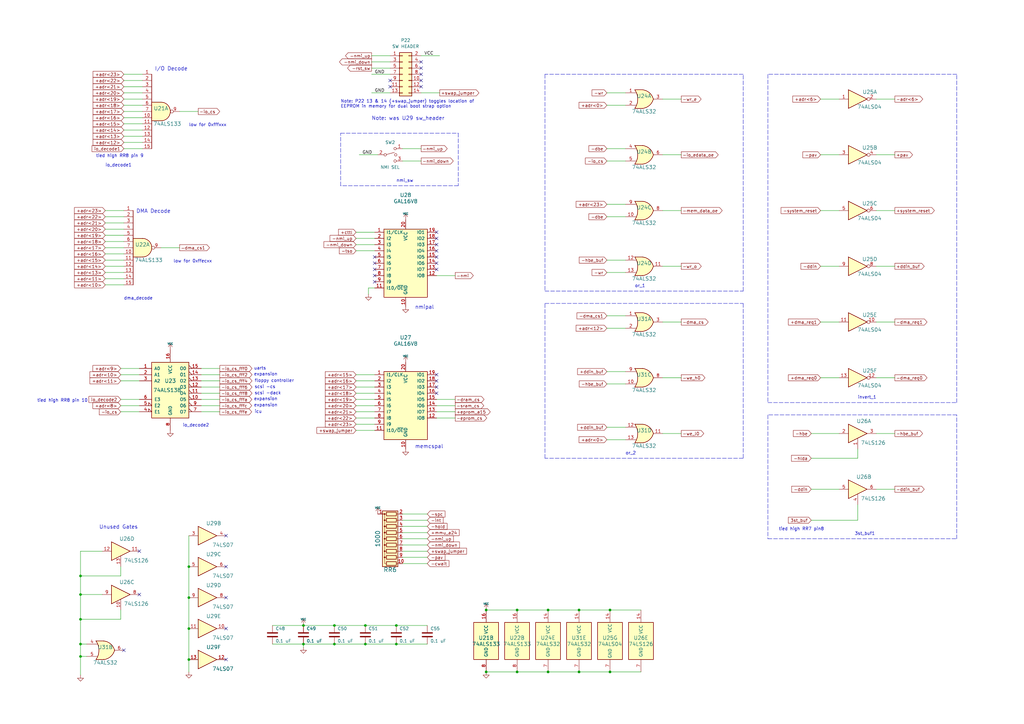
<source format=kicad_sch>
(kicad_sch (version 20211123) (generator eeschema)
  (paper "A3")
  (title_block (date "25 jun 2017"))
  (lib_symbols
    (symbol "74xx:74LS04"
      (property "Reference" "U" (at 0 1.27 0))
      (property "Value" "74LS04" (at 0 -1.27 0))
      (symbol "74LS04_1_0"
        (pin input line (at -7.62 0 0) (length 3.81) (name "~") (number "1"))
        (pin output inverted (at 7.62 0 180) (length 3.81) (name "~") (number "2"))
      )
      (symbol "74LS04_2_0"
        (pin input line (at -7.62 0 0) (length 3.81) (name "~") (number "3"))
        (pin output inverted (at 7.62 0 180) (length 3.81) (name "~") (number "4"))
      )
      (symbol "74LS04_3_0"
        (pin input line (at -7.62 0 0) (length 3.81) (name "~") (number "5"))
        (pin output inverted (at 7.62 0 180) (length 3.81) (name "~") (number "6"))
      )
      (symbol "74LS04_4_0"
        (pin output inverted (at 7.62 0 180) (length 3.81) (name "~") (number "8"))
        (pin input line (at -7.62 0 0) (length 3.81) (name "~") (number "9"))
      )
      (symbol "74LS04_5_0"
        (pin output inverted (at 7.62 0 180) (length 3.81) (name "~") (number "10"))
        (pin input line (at -7.62 0 0) (length 3.81) (name "~") (number "11"))
      )
      (symbol "74LS04_6_0"
        (pin output inverted (at 7.62 0 180) (length 3.81) (name "~") (number "12"))
        (pin input line (at -7.62 0 0) (length 3.81) (name "~") (number "13"))
      )
      (symbol "74LS04_7_0"
        (pin power_in line (at 0 12.7 270) (length 5.08) (name "VCC") (number "14"))
        (pin power_in line (at 0 -12.7 90) (length 5.08) (name "GND") (number "7"))
      )
    )
    (symbol "74xx:74LS07" (pin_names (offset 1.016))
      (property "Reference" "U" (at 0 1.27 0))
      (property "Value" "74LS07" (at 0 -1.27 0))
      (symbol "74LS07_1_0"
        (pin input line (at -7.62 0 0) (length 3.81) (name "~") (number "1"))
        (pin open_collector line (at 7.62 0 180) (length 3.81) (name "~") (number "2"))
      )
      (symbol "74LS07_2_0"
        (pin input line (at -7.62 0 0) (length 3.81) (name "~") (number "3"))
        (pin open_collector line (at 7.62 0 180) (length 3.81) (name "~") (number "4"))
      )
      (symbol "74LS07_3_0"
        (pin input line (at -7.62 0 0) (length 3.81) (name "~") (number "5"))
        (pin open_collector line (at 7.62 0 180) (length 3.81) (name "~") (number "6"))
      )
      (symbol "74LS07_4_0"
        (pin open_collector line (at 7.62 0 180) (length 3.81) (name "~") (number "8"))
        (pin input line (at -7.62 0 0) (length 3.81) (name "~") (number "9"))
      )
      (symbol "74LS07_5_0"
        (pin open_collector line (at 7.62 0 180) (length 3.81) (name "~") (number "10"))
        (pin input line (at -7.62 0 0) (length 3.81) (name "~") (number "11"))
      )
      (symbol "74LS07_6_0"
        (pin open_collector line (at 7.62 0 180) (length 3.81) (name "~") (number "12"))
        (pin input line (at -7.62 0 0) (length 3.81) (name "~") (number "13"))
      )
      (symbol "74LS07_7_0"
        (pin power_in line (at 0 12.7 270) (length 5.08) (name "VCC") (number "14"))
        (pin power_in line (at 0 -12.7 90) (length 5.08) (name "GND") (number "7"))
      )
    )
    (symbol "74xx:74LS126" (pin_names (offset 1.016))
      (property "Reference" "U" (at 0 1.27 0))
      (property "Value" "74LS126" (at 0 -1.27 0))
      (symbol "74LS126_1_0"
        (pin input line (at 0 -6.35 90) (length 4.445) (name "~") (number "1"))
        (pin input line (at -7.62 0 0) (length 3.81) (name "~") (number "2"))
        (pin tri_state line (at 7.62 0 180) (length 3.81) (name "~") (number "3"))
      )
      (symbol "74LS126_2_0"
        (pin input line (at 0 -6.35 90) (length 4.445) (name "~") (number "4"))
        (pin input line (at -7.62 0 0) (length 3.81) (name "~") (number "5"))
        (pin tri_state line (at 7.62 0 180) (length 3.81) (name "~") (number "6"))
      )
      (symbol "74LS126_3_0"
        (pin input line (at 0 -6.35 90) (length 4.445) (name "~") (number "10"))
        (pin tri_state line (at 7.62 0 180) (length 3.81) (name "~") (number "8"))
        (pin input line (at -7.62 0 0) (length 3.81) (name "~") (number "9"))
      )
      (symbol "74LS126_4_0"
        (pin tri_state line (at 7.62 0 180) (length 3.81) (name "~") (number "11"))
        (pin input line (at -7.62 0 0) (length 3.81) (name "~") (number "12"))
        (pin input line (at 0 -6.35 90) (length 4.445) (name "~") (number "13"))
      )
      (symbol "74LS126_5_0"
        (pin power_in line (at 0 12.7 270) (length 5.08) (name "VCC") (number "14"))
        (pin power_in line (at 0 -12.7 90) (length 5.08) (name "GND") (number "7"))
      )
    )
    (symbol "74xx:74LS133" (pin_names (offset 1.016))
      (property "Reference" "U" (at 0 1.27 0))
      (property "Value" "74LS133" (at 0 -1.27 0))
      (symbol "74LS133_1_1"
        (pin input line (at -7.62 15.24 0) (length 3.81) (name "~") (number "1"))
        (pin input line (at -7.62 -2.54 0) (length 3.81) (name "~") (number "10"))
        (pin input line (at -7.62 -5.08 0) (length 3.81) (name "~") (number "11"))
        (pin input line (at -7.62 -7.62 0) (length 3.81) (name "~") (number "12"))
        (pin input line (at -7.62 -10.16 0) (length 3.81) (name "~") (number "13"))
        (pin input line (at -7.62 -12.7 0) (length 3.81) (name "~") (number "14"))
        (pin input line (at -7.62 -15.24 0) (length 3.81) (name "~") (number "15"))
        (pin input line (at -7.62 12.7 0) (length 3.81) (name "~") (number "2"))
        (pin input line (at -7.62 10.16 0) (length 3.81) (name "~") (number "3"))
        (pin input line (at -7.62 7.62 0) (length 3.81) (name "~") (number "4"))
        (pin input line (at -7.62 5.08 0) (length 3.81) (name "~") (number "5"))
        (pin input line (at -7.62 2.54 0) (length 3.81) (name "~") (number "6"))
        (pin input line (at -7.62 0 0) (length 3.81) (name "~") (number "7"))
        (pin output inverted (at 7.62 0 180) (length 3.81) (name "~") (number "9"))
      )
      (symbol "74LS133_1_2"
        (pin input inverted (at -7.62 15.24 0) (length 3.81) (name "~") (number "1"))
        (pin input inverted (at -7.62 -2.54 0) (length 4.5466) (name "~") (number "10"))
        (pin input inverted (at -7.62 -5.08 0) (length 3.81) (name "~") (number "11"))
        (pin input inverted (at -7.62 -7.62 0) (length 3.81) (name "~") (number "12"))
        (pin input inverted (at -7.62 -10.16 0) (length 3.81) (name "~") (number "13"))
        (pin input inverted (at -7.62 -12.7 0) (length 3.81) (name "~") (number "14"))
        (pin input inverted (at -7.62 -15.24 0) (length 3.81) (name "~") (number "15"))
        (pin input inverted (at -7.62 12.7 0) (length 3.81) (name "~") (number "2"))
        (pin input inverted (at -7.62 10.16 0) (length 3.81) (name "~") (number "3"))
        (pin input inverted (at -7.62 7.62 0) (length 3.81) (name "~") (number "4"))
        (pin input inverted (at -7.62 5.08 0) (length 3.81) (name "~") (number "5"))
        (pin input inverted (at -7.62 2.54 0) (length 4.5466) (name "~") (number "6"))
        (pin input inverted (at -7.62 0 0) (length 5.08) (name "~") (number "7"))
        (pin output line (at 7.62 0 180) (length 3.81) (name "~") (number "9"))
      )
      (symbol "74LS133_2_0"
        (pin power_in line (at 0 12.7 270) (length 5.08) (name "VCC") (number "16"))
        (pin power_in line (at 0 -12.7 90) (length 5.08) (name "GND") (number "8"))
      )
    )
    (symbol "74xx:74LS138" (pin_names (offset 1.016))
      (property "Reference" "U" (at -7.62 11.43 0))
      (property "Value" "74LS138" (at -7.62 -13.97 0))
      (symbol "74LS138_1_0"
        (pin input line (at -12.7 7.62 0) (length 5.08) (name "A0") (number "1"))
        (pin output output_low (at 12.7 -5.08 180) (length 5.08) (name "O5") (number "10"))
        (pin output output_low (at 12.7 -2.54 180) (length 5.08) (name "O4") (number "11"))
        (pin output output_low (at 12.7 0 180) (length 5.08) (name "O3") (number "12"))
        (pin output output_low (at 12.7 2.54 180) (length 5.08) (name "O2") (number "13"))
        (pin output output_low (at 12.7 5.08 180) (length 5.08) (name "O1") (number "14"))
        (pin output output_low (at 12.7 7.62 180) (length 5.08) (name "O0") (number "15"))
        (pin power_in line (at 0 15.24 270) (length 5.08) (name "VCC") (number "16"))
        (pin input line (at -12.7 5.08 0) (length 5.08) (name "A1") (number "2"))
        (pin input line (at -12.7 2.54 0) (length 5.08) (name "A2") (number "3"))
        (pin input input_low (at -12.7 -10.16 0) (length 5.08) (name "E1") (number "4"))
        (pin input input_low (at -12.7 -7.62 0) (length 5.08) (name "E2") (number "5"))
        (pin input line (at -12.7 -5.08 0) (length 5.08) (name "E3") (number "6"))
        (pin output output_low (at 12.7 -10.16 180) (length 5.08) (name "O7") (number "7"))
        (pin power_in line (at 0 -17.78 90) (length 5.08) (name "GND") (number "8"))
        (pin output output_low (at 12.7 -7.62 180) (length 5.08) (name "O6") (number "9"))
      )
    )
    (symbol "74xx:74LS32" (pin_names (offset 1.016))
      (property "Reference" "U" (at 0 1.27 0))
      (property "Value" "74LS32" (at 0 -1.27 0))
      (symbol "74LS32_1_1"
        (pin input line (at -7.62 2.54 0) (length 4.318) (name "~") (number "1"))
        (pin input line (at -7.62 -2.54 0) (length 4.318) (name "~") (number "2"))
        (pin output line (at 7.62 0 180) (length 3.81) (name "~") (number "3"))
      )
      (symbol "74LS32_1_2"
        (pin input inverted (at -7.62 2.54 0) (length 3.81) (name "~") (number "1"))
        (pin input inverted (at -7.62 -2.54 0) (length 3.81) (name "~") (number "2"))
        (pin output inverted (at 7.62 0 180) (length 3.81) (name "~") (number "3"))
      )
      (symbol "74LS32_2_1"
        (pin input line (at -7.62 2.54 0) (length 4.318) (name "~") (number "4"))
        (pin input line (at -7.62 -2.54 0) (length 4.318) (name "~") (number "5"))
        (pin output line (at 7.62 0 180) (length 3.81) (name "~") (number "6"))
      )
      (symbol "74LS32_2_2"
        (pin input inverted (at -7.62 2.54 0) (length 3.81) (name "~") (number "4"))
        (pin input inverted (at -7.62 -2.54 0) (length 3.81) (name "~") (number "5"))
        (pin output inverted (at 7.62 0 180) (length 3.81) (name "~") (number "6"))
      )
      (symbol "74LS32_3_1"
        (pin input line (at -7.62 -2.54 0) (length 4.318) (name "~") (number "10"))
        (pin output line (at 7.62 0 180) (length 3.81) (name "~") (number "8"))
        (pin input line (at -7.62 2.54 0) (length 4.318) (name "~") (number "9"))
      )
      (symbol "74LS32_3_2"
        (pin input inverted (at -7.62 -2.54 0) (length 3.81) (name "~") (number "10"))
        (pin output inverted (at 7.62 0 180) (length 3.81) (name "~") (number "8"))
        (pin input inverted (at -7.62 2.54 0) (length 3.81) (name "~") (number "9"))
      )
      (symbol "74LS32_4_1"
        (pin output line (at 7.62 0 180) (length 3.81) (name "~") (number "11"))
        (pin input line (at -7.62 2.54 0) (length 4.318) (name "~") (number "12"))
        (pin input line (at -7.62 -2.54 0) (length 4.318) (name "~") (number "13"))
      )
      (symbol "74LS32_4_2"
        (pin output inverted (at 7.62 0 180) (length 3.81) (name "~") (number "11"))
        (pin input inverted (at -7.62 2.54 0) (length 3.81) (name "~") (number "12"))
        (pin input inverted (at -7.62 -2.54 0) (length 3.81) (name "~") (number "13"))
      )
      (symbol "74LS32_5_0"
        (pin power_in line (at 0 12.7 270) (length 5.08) (name "VCC") (number "14"))
        (pin power_in line (at 0 -12.7 90) (length 5.08) (name "GND") (number "7"))
      )
    )
    (symbol "Connector_Generic:Conn_02x07_Odd_Even" (pin_names (offset 1.016) hide)
      (property "Reference" "J" (at 1.27 10.16 0))
      (property "Value" "Conn_02x07_Odd_Even" (at 1.27 -10.16 0))
      (symbol "Conn_02x07_Odd_Even_1_1"
        (pin passive line (at -5.08 7.62 0) (length 3.81) (name "Pin_1") (number "1"))
        (pin passive line (at 7.62 -2.54 180) (length 3.81) (name "Pin_10") (number "10"))
        (pin passive line (at -5.08 -5.08 0) (length 3.81) (name "Pin_11") (number "11"))
        (pin passive line (at 7.62 -5.08 180) (length 3.81) (name "Pin_12") (number "12"))
        (pin passive line (at -5.08 -7.62 0) (length 3.81) (name "Pin_13") (number "13"))
        (pin passive line (at 7.62 -7.62 180) (length 3.81) (name "Pin_14") (number "14"))
        (pin passive line (at 7.62 7.62 180) (length 3.81) (name "Pin_2") (number "2"))
        (pin passive line (at -5.08 5.08 0) (length 3.81) (name "Pin_3") (number "3"))
        (pin passive line (at 7.62 5.08 180) (length 3.81) (name "Pin_4") (number "4"))
        (pin passive line (at -5.08 2.54 0) (length 3.81) (name "Pin_5") (number "5"))
        (pin passive line (at 7.62 2.54 180) (length 3.81) (name "Pin_6") (number "6"))
        (pin passive line (at -5.08 0 0) (length 3.81) (name "Pin_7") (number "7"))
        (pin passive line (at 7.62 0 180) (length 3.81) (name "Pin_8") (number "8"))
        (pin passive line (at -5.08 -2.54 0) (length 3.81) (name "Pin_9") (number "9"))
      )
    )
    (symbol "Device:C" (pin_numbers hide) (pin_names (offset 0.254))
      (property "Reference" "C" (at 0.635 2.54 0))
      (property "Value" "C" (at 0.635 -2.54 0))
      (symbol "C_1_1"
        (pin passive line (at 0 3.81 270) (length 2.794) (name "~") (number "1"))
        (pin passive line (at 0 -3.81 90) (length 2.794) (name "~") (number "2"))
      )
    )
    (symbol "Device:R_Network09" (pin_names (offset 0) hide)
      (property "Reference" "RN" (at -12.7 0 90))
      (property "Value" "R_Network09" (at 12.7 0 90))
      (symbol "R_Network09_1_1"
        (pin passive line (at -10.16 5.08 270) (length 2.54) (name "common") (number "1"))
        (pin passive line (at 10.16 -5.08 90) (length 1.27) (name "R9") (number "10"))
        (pin passive line (at -10.16 -5.08 90) (length 1.27) (name "R1") (number "2"))
        (pin passive line (at -7.62 -5.08 90) (length 1.27) (name "R2") (number "3"))
        (pin passive line (at -5.08 -5.08 90) (length 1.27) (name "R3") (number "4"))
        (pin passive line (at -2.54 -5.08 90) (length 1.27) (name "R4") (number "5"))
        (pin passive line (at 0 -5.08 90) (length 1.27) (name "R5") (number "6"))
        (pin passive line (at 2.54 -5.08 90) (length 1.27) (name "R6") (number "7"))
        (pin passive line (at 5.08 -5.08 90) (length 1.27) (name "R7") (number "8"))
        (pin passive line (at 7.62 -5.08 90) (length 1.27) (name "R8") (number "9"))
      )
    )
    (symbol "Logic_Programmable:GAL16V8" (pin_names (offset 1.016))
      (property "Reference" "U" (at -8.89 16.51 0))
      (property "Value" "GAL16V8" (at 1.27 16.51 0))
      (symbol "GAL16V8_0_0"
        (pin power_in line (at 0 -17.78 90) (length 3.81) (name "GND") (number "10"))
        (pin power_in line (at 0 17.78 270) (length 3.81) (name "VCC") (number "20"))
      )
      (symbol "GAL16V8_1_1"
        (pin input line (at -12.7 12.7 0) (length 3.81) (name "I1/CLK") (number "1"))
        (pin input line (at -12.7 -10.16 0) (length 3.81) (name "I10/~{OE}") (number "11"))
        (pin tri_state line (at 12.7 -5.08 180) (length 3.81) (name "IO8") (number "12"))
        (pin tri_state line (at 12.7 -2.54 180) (length 3.81) (name "IO7") (number "13"))
        (pin tri_state line (at 12.7 0 180) (length 3.81) (name "IO6") (number "14"))
        (pin tri_state line (at 12.7 2.54 180) (length 3.81) (name "IO5") (number "15"))
        (pin tri_state line (at 12.7 5.08 180) (length 3.81) (name "IO4") (number "16"))
        (pin tri_state line (at 12.7 7.62 180) (length 3.81) (name "I03") (number "17"))
        (pin tri_state line (at 12.7 10.16 180) (length 3.81) (name "IO2") (number "18"))
        (pin tri_state line (at 12.7 12.7 180) (length 3.81) (name "IO1") (number "19"))
        (pin input line (at -12.7 10.16 0) (length 3.81) (name "I2") (number "2"))
        (pin input line (at -12.7 7.62 0) (length 3.81) (name "I3") (number "3"))
        (pin input line (at -12.7 5.08 0) (length 3.81) (name "I4") (number "4"))
        (pin input line (at -12.7 2.54 0) (length 3.81) (name "I5") (number "5"))
        (pin input line (at -12.7 0 0) (length 3.81) (name "I6") (number "6"))
        (pin input line (at -12.7 -2.54 0) (length 3.81) (name "I7") (number "7"))
        (pin input line (at -12.7 -5.08 0) (length 3.81) (name "I8") (number "8"))
        (pin input line (at -12.7 -7.62 0) (length 3.81) (name "I9") (number "9"))
      )
    )
    (symbol "Switch:SW_SPDT_MSM" (pin_names (offset 0) hide)
      (property "Reference" "SW" (at 0 5.08 0))
      (property "Value" "SW_SPDT_MSM" (at 0 -5.08 0))
      (symbol "SW_SPDT_MSM_1_1"
        (pin passive line (at 5.08 2.54 180) (length 2.54) (name "1") (number "1"))
        (pin passive line (at -5.08 0 0) (length 2.54) (name "2") (number "2"))
        (pin passive line (at 5.08 -2.54 180) (length 2.54) (name "3") (number "3"))
      )
    )
    (symbol "power:GND" (power) (pin_names (offset 0))
      (property "Value" "GND" (at 0 -3.81 0))
      (symbol "GND_1_1"
        (pin power_in line (at 0 0 270) (length 0) hide (name "GND") (number "1"))
      )
    )
    (symbol "power:VCC" (power) (pin_names (offset 0))
      (property "Value" "VCC" (at 0 3.81 0))
      (symbol "VCC_1_1"
        (pin power_in line (at 0 0 90) (length 0) hide (name "VCC") (number "1"))
      )
    )
  )
  (junction (at 212.09 250.19))
  (junction (at 77.47 257.81))
  (junction (at 33.02 269.24))
  (junction (at 33.02 254))
  (junction (at 33.02 236.22))
  (junction (at 149.86 256.54))
  (junction (at 77.47 232.41))
  (junction (at 77.47 270.51))
  (junction (at 137.16 264.16))
  (junction (at 250.19 250.19))
  (junction (at 149.86 264.16))
  (junction (at 237.49 250.19))
  (junction (at 137.16 256.54))
  (junction (at 199.39 275.59))
  (junction (at 250.19 275.59))
  (junction (at 224.79 275.59))
  (junction (at 124.46 264.16))
  (junction (at 124.46 256.54))
  (junction (at 162.56 256.54))
  (junction (at 162.56 264.16))
  (junction (at 33.02 264.16))
  (junction (at 237.49 275.59))
  (junction (at 33.02 243.84))
  (junction (at 77.47 245.11))
  (junction (at 199.39 250.19))
  (junction (at 224.79 250.19))
  (junction (at 212.09 275.59))
  (no_connect (at 92.71 219.71))
  (no_connect (at 92.71 245.11))
  (no_connect (at 153.67 113.03))
  (no_connect (at 179.07 102.87))
  (no_connect (at 179.07 100.33))
  (no_connect (at 172.72 35.56))
  (no_connect (at 179.07 161.29))
  (no_connect (at 172.72 33.02))
  (no_connect (at 179.07 107.95))
  (no_connect (at 179.07 110.49))
  (no_connect (at 172.72 30.48))
  (no_connect (at 57.15 243.84))
  (no_connect (at 50.8 266.7))
  (no_connect (at 153.67 105.41))
  (no_connect (at 160.02 33.02))
  (no_connect (at 179.07 105.41))
  (no_connect (at 179.07 97.79))
  (no_connect (at 153.67 110.49))
  (no_connect (at 160.02 35.56))
  (no_connect (at 153.67 107.95))
  (no_connect (at 172.72 27.94))
  (no_connect (at 179.07 156.21))
  (no_connect (at 172.72 25.4))
  (no_connect (at 179.07 153.67))
  (no_connect (at 153.67 115.57))
  (no_connect (at 57.15 226.06))
  (no_connect (at 92.71 270.51))
  (no_connect (at 179.07 158.75))
  (no_connect (at 179.07 95.25))
  (no_connect (at 92.71 257.81))
  (no_connect (at 92.71 232.41))
  (wire (pts (xy 147.32 63.5) (xy 154.94 63.5)))
  (wire (pts (xy 57.15 153.67) (xy 49.53 153.67)))
  (wire (pts (xy 50.8 101.6) (xy 43.18 101.6)))
  (polyline (pts (xy 314.96 30.48) (xy 314.96 165.1)))
  (wire (pts (xy 57.15 166.37) (xy 49.53 166.37)))
  (wire (pts (xy 351.79 207.01) (xy 351.79 213.36)))
  (wire (pts (xy 58.42 58.42) (xy 50.8 58.42)))
  (wire (pts (xy 179.07 113.03) (xy 186.69 113.03)))
  (wire (pts (xy 50.8 106.68) (xy 43.18 106.68)))
  (wire (pts (xy 58.42 38.1) (xy 50.8 38.1)))
  (wire (pts (xy 50.8 96.52) (xy 43.18 96.52)))
  (wire (pts (xy 58.42 45.72) (xy 50.8 45.72)))
  (wire (pts (xy 153.67 156.21) (xy 146.05 156.21)))
  (wire (pts (xy 57.15 151.13) (xy 49.53 151.13)))
  (wire (pts (xy 180.34 22.86) (xy 172.72 22.86)))
  (wire (pts (xy 212.09 275.59) (xy 224.79 275.59)))
  (wire (pts (xy 149.86 264.16) (xy 162.56 264.16)))
  (polyline (pts (xy 139.7 54.61) (xy 187.96 54.61)))
  (wire (pts (xy 50.8 88.9) (xy 43.18 88.9)))
  (wire (pts (xy 50.8 86.36) (xy 43.18 86.36)))
  (wire (pts (xy 212.09 250.19) (xy 224.79 250.19)))
  (wire (pts (xy 35.56 269.24) (xy 33.02 269.24)))
  (polyline (pts (xy 187.96 76.2) (xy 139.7 76.2)))
  (wire (pts (xy 271.78 86.36) (xy 279.4 86.36)))
  (polyline (pts (xy 314.96 170.18) (xy 314.96 220.98)))
  (wire (pts (xy 77.47 257.81) (xy 77.47 270.51)))
  (wire (pts (xy 165.1 226.06) (xy 175.26 226.06)))
  (wire (pts (xy 256.54 175.26) (xy 248.92 175.26)))
  (wire (pts (xy 82.55 168.91) (xy 90.17 168.91)))
  (wire (pts (xy 256.54 83.82) (xy 248.92 83.82)))
  (wire (pts (xy 58.42 40.64) (xy 50.8 40.64)))
  (wire (pts (xy 250.19 275.59) (xy 262.89 275.59)))
  (wire (pts (xy 179.07 163.83) (xy 186.69 163.83)))
  (wire (pts (xy 153.67 168.91) (xy 146.05 168.91)))
  (wire (pts (xy 165.1 228.6) (xy 175.26 228.6)))
  (wire (pts (xy 153.67 163.83) (xy 146.05 163.83)))
  (wire (pts (xy 256.54 66.04) (xy 248.92 66.04)))
  (wire (pts (xy 224.79 250.19) (xy 237.49 250.19)))
  (wire (pts (xy 82.55 151.13) (xy 90.17 151.13)))
  (wire (pts (xy 58.42 33.02) (xy 50.8 33.02)))
  (polyline (pts (xy 392.43 30.48) (xy 314.96 30.48)))
  (wire (pts (xy 153.67 97.79) (xy 146.05 97.79)))
  (wire (pts (xy 153.67 153.67) (xy 146.05 153.67)))
  (wire (pts (xy 256.54 88.9) (xy 248.92 88.9)))
  (wire (pts (xy 165.1 66.04) (xy 172.72 66.04)))
  (wire (pts (xy 359.41 132.08) (xy 367.03 132.08)))
  (polyline (pts (xy 392.43 165.1) (xy 392.43 30.48)))
  (wire (pts (xy 50.8 93.98) (xy 43.18 93.98)))
  (wire (pts (xy 344.17 40.64) (xy 336.55 40.64)))
  (wire (pts (xy 237.49 275.59) (xy 250.19 275.59)))
  (wire (pts (xy 82.55 153.67) (xy 90.17 153.67)))
  (wire (pts (xy 50.8 114.3) (xy 43.18 114.3)))
  (wire (pts (xy 153.67 95.25) (xy 146.05 95.25)))
  (wire (pts (xy 153.67 173.99) (xy 146.05 173.99)))
  (wire (pts (xy 77.47 270.51) (xy 77.47 275.59)))
  (wire (pts (xy 153.67 166.37) (xy 146.05 166.37)))
  (wire (pts (xy 58.42 53.34) (xy 50.8 53.34)))
  (wire (pts (xy 82.55 161.29) (xy 90.17 161.29)))
  (wire (pts (xy 237.49 250.19) (xy 250.19 250.19)))
  (wire (pts (xy 256.54 152.4) (xy 248.92 152.4)))
  (polyline (pts (xy 223.52 119.38) (xy 304.8 119.38)))
  (polyline (pts (xy 304.8 124.46) (xy 304.8 187.96)))
  (wire (pts (xy 49.53 254) (xy 33.02 254)))
  (wire (pts (xy 271.78 154.94) (xy 279.4 154.94)))
  (wire (pts (xy 58.42 55.88) (xy 50.8 55.88)))
  (wire (pts (xy 165.1 213.36) (xy 175.26 213.36)))
  (wire (pts (xy 199.39 250.19) (xy 212.09 250.19)))
  (wire (pts (xy 359.41 177.8) (xy 367.03 177.8)))
  (wire (pts (xy 151.13 118.11) (xy 151.13 120.65)))
  (wire (pts (xy 271.78 63.5) (xy 279.4 63.5)))
  (wire (pts (xy 256.54 106.68) (xy 248.92 106.68)))
  (wire (pts (xy 58.42 43.18) (xy 50.8 43.18)))
  (wire (pts (xy 256.54 180.34) (xy 248.92 180.34)))
  (wire (pts (xy 359.41 86.36) (xy 367.03 86.36)))
  (wire (pts (xy 179.07 171.45) (xy 186.69 171.45)))
  (wire (pts (xy 351.79 184.15) (xy 351.79 187.96)))
  (wire (pts (xy 344.17 86.36) (xy 336.55 86.36)))
  (wire (pts (xy 199.39 275.59) (xy 212.09 275.59)))
  (wire (pts (xy 160.02 27.94) (xy 152.4 27.94)))
  (wire (pts (xy 111.76 256.54) (xy 124.46 256.54)))
  (wire (pts (xy 271.78 177.8) (xy 279.4 177.8)))
  (wire (pts (xy 165.1 210.82) (xy 175.26 210.82)))
  (wire (pts (xy 271.78 40.64) (xy 279.4 40.64)))
  (wire (pts (xy 153.67 158.75) (xy 146.05 158.75)))
  (wire (pts (xy 33.02 226.06) (xy 33.02 236.22)))
  (wire (pts (xy 152.4 38.1) (xy 160.02 38.1)))
  (wire (pts (xy 77.47 232.41) (xy 77.47 245.11)))
  (wire (pts (xy 250.19 250.19) (xy 262.89 250.19)))
  (wire (pts (xy 332.74 200.66) (xy 344.17 200.66)))
  (wire (pts (xy 77.47 245.11) (xy 77.47 257.81)))
  (wire (pts (xy 165.1 220.98) (xy 175.26 220.98)))
  (wire (pts (xy 359.41 109.22) (xy 367.03 109.22)))
  (wire (pts (xy 162.56 264.16) (xy 175.26 264.16)))
  (wire (pts (xy 58.42 30.48) (xy 50.8 30.48)))
  (wire (pts (xy 58.42 50.8) (xy 50.8 50.8)))
  (wire (pts (xy 165.1 215.9) (xy 175.26 215.9)))
  (wire (pts (xy 82.55 163.83) (xy 90.17 163.83)))
  (wire (pts (xy 50.8 116.84) (xy 43.18 116.84)))
  (wire (pts (xy 50.8 111.76) (xy 43.18 111.76)))
  (wire (pts (xy 57.15 156.21) (xy 49.53 156.21)))
  (wire (pts (xy 351.79 213.36) (xy 332.74 213.36)))
  (wire (pts (xy 256.54 38.1) (xy 248.92 38.1)))
  (wire (pts (xy 58.42 48.26) (xy 50.8 48.26)))
  (wire (pts (xy 57.15 163.83) (xy 49.53 163.83)))
  (wire (pts (xy 49.53 232.41) (xy 49.53 236.22)))
  (wire (pts (xy 165.1 231.14) (xy 175.26 231.14)))
  (wire (pts (xy 359.41 63.5) (xy 367.03 63.5)))
  (wire (pts (xy 172.72 38.1) (xy 180.34 38.1)))
  (polyline (pts (xy 139.7 76.2) (xy 139.7 54.61)))
  (wire (pts (xy 33.02 264.16) (xy 33.02 269.24)))
  (wire (pts (xy 73.66 45.72) (xy 81.28 45.72)))
  (wire (pts (xy 124.46 265.43) (xy 124.46 264.16)))
  (wire (pts (xy 165.1 218.44) (xy 175.26 218.44)))
  (wire (pts (xy 256.54 111.76) (xy 248.92 111.76)))
  (wire (pts (xy 111.76 264.16) (xy 124.46 264.16)))
  (wire (pts (xy 153.67 102.87) (xy 146.05 102.87)))
  (wire (pts (xy 124.46 256.54) (xy 137.16 256.54)))
  (polyline (pts (xy 304.8 30.48) (xy 223.52 30.48)))
  (wire (pts (xy 33.02 226.06) (xy 41.91 226.06)))
  (wire (pts (xy 153.67 161.29) (xy 146.05 161.29)))
  (wire (pts (xy 33.02 243.84) (xy 41.91 243.84)))
  (wire (pts (xy 137.16 256.54) (xy 149.86 256.54)))
  (wire (pts (xy 137.16 264.16) (xy 149.86 264.16)))
  (wire (pts (xy 82.55 166.37) (xy 90.17 166.37)))
  (wire (pts (xy 256.54 134.62) (xy 248.92 134.62)))
  (wire (pts (xy 153.67 100.33) (xy 146.05 100.33)))
  (wire (pts (xy 50.8 91.44) (xy 43.18 91.44)))
  (wire (pts (xy 271.78 132.08) (xy 279.4 132.08)))
  (wire (pts (xy 152.4 30.48) (xy 160.02 30.48)))
  (wire (pts (xy 344.17 132.08) (xy 336.55 132.08)))
  (polyline (pts (xy 223.52 187.96) (xy 223.52 124.46)))
  (wire (pts (xy 359.41 200.66) (xy 367.03 200.66)))
  (polyline (pts (xy 314.96 220.98) (xy 392.43 220.98)))
  (wire (pts (xy 165.1 223.52) (xy 175.26 223.52)))
  (wire (pts (xy 77.47 219.71) (xy 77.47 232.41)))
  (wire (pts (xy 332.74 177.8) (xy 344.17 177.8)))
  (wire (pts (xy 359.41 40.64) (xy 367.03 40.64)))
  (wire (pts (xy 179.07 166.37) (xy 186.69 166.37)))
  (wire (pts (xy 256.54 157.48) (xy 248.92 157.48)))
  (wire (pts (xy 50.8 104.14) (xy 43.18 104.14)))
  (wire (pts (xy 160.02 25.4) (xy 152.4 25.4)))
  (polyline (pts (xy 223.52 124.46) (xy 304.8 124.46)))
  (wire (pts (xy 50.8 109.22) (xy 43.18 109.22)))
  (wire (pts (xy 66.04 101.6) (xy 73.66 101.6)))
  (wire (pts (xy 124.46 264.16) (xy 137.16 264.16)))
  (wire (pts (xy 33.02 254) (xy 33.02 264.16)))
  (wire (pts (xy 149.86 256.54) (xy 162.56 256.54)))
  (wire (pts (xy 33.02 264.16) (xy 35.56 264.16)))
  (polyline (pts (xy 392.43 220.98) (xy 392.43 170.18)))
  (polyline (pts (xy 314.96 165.1) (xy 392.43 165.1)))
  (wire (pts (xy 33.02 269.24) (xy 33.02 276.86)))
  (wire (pts (xy 160.02 22.86) (xy 152.4 22.86)))
  (wire (pts (xy 153.67 171.45) (xy 146.05 171.45)))
  (wire (pts (xy 82.55 156.21) (xy 90.17 156.21)))
  (wire (pts (xy 344.17 154.94) (xy 336.55 154.94)))
  (wire (pts (xy 153.67 176.53) (xy 146.05 176.53)))
  (wire (pts (xy 271.78 109.22) (xy 279.4 109.22)))
  (wire (pts (xy 33.02 243.84) (xy 33.02 254)))
  (wire (pts (xy 50.8 99.06) (xy 43.18 99.06)))
  (polyline (pts (xy 392.43 170.18) (xy 314.96 170.18)))
  (wire (pts (xy 165.1 60.96) (xy 172.72 60.96)))
  (wire (pts (xy 82.55 158.75) (xy 90.17 158.75)))
  (wire (pts (xy 224.79 275.59) (xy 237.49 275.59)))
  (wire (pts (xy 58.42 60.96) (xy 50.8 60.96)))
  (wire (pts (xy 49.53 236.22) (xy 33.02 236.22)))
  (wire (pts (xy 256.54 43.18) (xy 248.92 43.18)))
  (polyline (pts (xy 304.8 119.38) (xy 304.8 30.48)))
  (wire (pts (xy 179.07 168.91) (xy 186.69 168.91)))
  (wire (pts (xy 359.41 154.94) (xy 367.03 154.94)))
  (wire (pts (xy 344.17 63.5) (xy 336.55 63.5)))
  (polyline (pts (xy 304.8 187.96) (xy 223.52 187.96)))
  (polyline (pts (xy 223.52 30.48) (xy 223.52 119.38)))
  (wire (pts (xy 153.67 118.11) (xy 151.13 118.11)))
  (wire (pts (xy 33.02 236.22) (xy 33.02 243.84)))
  (wire (pts (xy 162.56 256.54) (xy 175.26 256.54)))
  (wire (pts (xy 351.79 187.96) (xy 332.74 187.96)))
  (wire (pts (xy 58.42 35.56) (xy 50.8 35.56)))
  (polyline (pts (xy 187.96 54.61) (xy 187.96 76.2)))
  (wire (pts (xy 344.17 109.22) (xy 336.55 109.22)))
  (wire (pts (xy 57.15 168.91) (xy 49.53 168.91)))
  (wire (pts (xy 49.53 250.19) (xy 49.53 254)))
  (wire (pts (xy 256.54 129.54) (xy 248.92 129.54)))
  (wire (pts (xy 256.54 60.96) (xy 248.92 60.96)))
  (text "expansion" (at 104.14 154.305 0) (effects (font (size 1.27 1.27)) (justify left bottom)))
  (text "scsi -dack" (at 104.394 162.052 0) (effects (font (size 1.27 1.27)) (justify left bottom)))
  (text "low for 0xffecxx" (at 71.12 107.95 0) (effects (font (size 1.27 1.27)) (justify left bottom)))
  (text "expansion" (at 104.14 167.005 0) (effects (font (size 1.27 1.27)) (justify left bottom)))
  (text "Unused Gates" (at 40.64 217.17 0) (effects (font (size 1.524 1.524)) (justify left bottom)))
  (text "scsi -cs" (at 104.394 159.512 0) (effects (font (size 1.27 1.27)) (justify left bottom)))
  (text "tied high RR8 pin 10" (at 15.24 165.1 0) (effects (font (size 1.27 1.27)) (justify left bottom)))
  (text "nmipal" (at 170.18 127 0) (effects (font (size 1.524 1.524)) (justify left bottom)))
  (text "I/O Decode" (at 63.5 29.21 0) (effects (font (size 1.524 1.524)) (justify left bottom)))
  (text "DMA Decode" (at 55.88 87.63 0) (effects (font (size 1.524 1.524)) (justify left bottom)))
  (text "memcspal" (at 170.18 184.15 0) (effects (font (size 1.524 1.524)) (justify left bottom)))
  (text "tied high RR8 pin 9" (at 39.37 64.77 0) (effects (font (size 1.27 1.27)) (justify left bottom)))
  (text "icu" (at 104.394 169.672 0) (effects (font (size 1.27 1.27)) (justify left bottom)))
  (text "invert_1" (at 351.79 163.83 0) (effects (font (size 1.27 1.27)) (justify left bottom)))
  (text "low for 0xfffxxx" (at 77.47 52.07 0) (effects (font (size 1.27 1.27)) (justify left bottom)))
  (text "io_decode1" (at 43.18 68.58 0) (effects (font (size 1.27 1.27)) (justify left bottom)))
  (text "or_2" (at 256.54 186.69 0) (effects (font (size 1.27 1.27)) (justify left bottom)))
  (text "nmi_sw" (at 162.56 74.93 0) (effects (font (size 1.27 1.27)) (justify left bottom)))
  (text "io_decode2" (at 74.93 175.26 0) (effects (font (size 1.27 1.27)) (justify left bottom)))
  (text "3st_buf1" (at 350.52 219.71 0) (effects (font (size 1.27 1.27)) (justify left bottom)))
  (text "Note: was U29 sw_header" (at 152.4 49.53 0) (effects (font (size 1.524 1.524)) (justify left bottom)))
  (text "Note: P22 13 & 14 (+swap_jumper) toggles location of \nEEPROM in memory for dual boot strap option" (at 139.7 44.45 0) (effects (font (size 1.27 1.27)) (justify left bottom)))
  (text "tied high RR7 pin8" (at 319.405 217.805 0) (effects (font (size 1.27 1.27)) (justify left bottom)))
  (text "or_1" (at 260.35 118.11 0) (effects (font (size 1.27 1.27)) (justify left bottom)))
  (text "dma_decode" (at 50.8 123.19 0) (effects (font (size 1.27 1.27)) (justify left bottom)))
  (text "floppy controller" (at 104.394 156.972 0) (effects (font (size 1.27 1.27)) (justify left bottom)))
  (text "uarts" (at 104.14 151.892 0) (effects (font (size 1.27 1.27)) (justify left bottom)))
  (text "expansion" (at 104.14 164.465 0) (effects (font (size 1.27 1.27)) (justify left bottom)))
  (label "VCC" (at 173.99 22.86 0))
  (label "GND" (at 153.67 30.48 0))
  (label "GND" (at 148.59 63.5 0))
  (label "GND" (at 153.67 38.1 0))
  (global_label "io_decode1" (shape input) (at 50.8 60.96 180) (property "Intersheet References" "${INTERSHEET_REFS}" (effects hide)))
  (global_label "-io_cs_fff6" (shape output) (at 90.17 158.75 0) (property "Intersheet References" "${INTERSHEET_REFS}" (effects hide)))
  (global_label "-hbe" (shape input) (at 332.74 177.8 180) (property "Intersheet References" "${INTERSHEET_REFS}" (effects hide)))
  (global_label "+adr<22>" (shape input) (at 146.05 171.45 180) (property "Intersheet References" "${INTERSHEET_REFS}" (effects hide)))
  (global_label "+ddin_buf" (shape input) (at 248.92 152.4 180) (property "Intersheet References" "${INTERSHEET_REFS}" (effects hide)))
  (global_label "+adr<19>" (shape input) (at 50.8 40.64 180) (property "Intersheet References" "${INTERSHEET_REFS}" (effects hide)))
  (global_label "+adr<16>" (shape input) (at 50.8 48.26 180) (property "Intersheet References" "${INTERSHEET_REFS}" (effects hide)))
  (global_label "-pav" (shape input) (at 336.55 63.5 180) (property "Intersheet References" "${INTERSHEET_REFS}" (effects hide)))
  (global_label "-dma_cs1" (shape output) (at 73.66 101.6 0) (property "Intersheet References" "${INTERSHEET_REFS}" (effects hide)))
  (global_label "+pav" (shape output) (at 367.03 63.5 0) (property "Intersheet References" "${INTERSHEET_REFS}" (effects hide)))
  (global_label "+adr<10>" (shape input) (at 43.18 116.84 180) (property "Intersheet References" "${INTERSHEET_REFS}" (effects hide)))
  (global_label "+adr<10>" (shape input) (at 49.53 153.67 180) (property "Intersheet References" "${INTERSHEET_REFS}" (effects hide)))
  (global_label "+swap_jumper" (shape input) (at 175.26 226.06 0) (property "Intersheet References" "${INTERSHEET_REFS}" (effects hide)))
  (global_label "+adr<23>" (shape input) (at 146.05 173.99 180) (property "Intersheet References" "${INTERSHEET_REFS}" (effects hide)))
  (global_label "-dma_cs" (shape output) (at 279.4 132.08 0) (property "Intersheet References" "${INTERSHEET_REFS}" (effects hide)))
  (global_label "+adr<13>" (shape input) (at 43.18 111.76 180) (property "Intersheet References" "${INTERSHEET_REFS}" (effects hide)))
  (global_label "+adr<21>" (shape input) (at 43.18 91.44 180) (property "Intersheet References" "${INTERSHEET_REFS}" (effects hide)))
  (global_label "-hold" (shape input) (at 175.26 215.9 0) (property "Intersheet References" "${INTERSHEET_REFS}" (effects hide)))
  (global_label "-io_cs_fff2" (shape output) (at 90.17 153.67 0) (property "Intersheet References" "${INTERSHEET_REFS}" (effects hide)))
  (global_label "+ddin_buf" (shape input) (at 248.92 175.26 180) (property "Intersheet References" "${INTERSHEET_REFS}" (effects hide)))
  (global_label "+swap_jumper" (shape output) (at 180.34 38.1 0) (property "Intersheet References" "${INTERSHEET_REFS}" (effects hide)))
  (global_label "-io_cs" (shape input) (at 49.53 168.91 180) (property "Intersheet References" "${INTERSHEET_REFS}" (effects hide)))
  (global_label "+adr<17>" (shape input) (at 43.18 101.6 180) (property "Intersheet References" "${INTERSHEET_REFS}" (effects hide)))
  (global_label "-rst_sw" (shape output) (at 152.4 27.94 180) (property "Intersheet References" "${INTERSHEET_REFS}" (effects hide)))
  (global_label "io_decode2" (shape input) (at 49.53 163.83 180) (property "Intersheet References" "${INTERSHEET_REFS}" (effects hide)))
  (global_label "+adr<20>" (shape input) (at 43.18 93.98 180) (property "Intersheet References" "${INTERSHEET_REFS}" (effects hide)))
  (global_label "-io_cs_fffe" (shape output) (at 90.17 168.91 0) (property "Intersheet References" "${INTERSHEET_REFS}" (effects hide)))
  (global_label "-nmi_up" (shape output) (at 152.4 22.86 180) (property "Intersheet References" "${INTERSHEET_REFS}" (effects hide)))
  (global_label "+adr<14>" (shape input) (at 43.18 109.22 180) (property "Intersheet References" "${INTERSHEET_REFS}" (effects hide)))
  (global_label "-io_cs_fffa" (shape output) (at 90.17 163.83 0) (property "Intersheet References" "${INTERSHEET_REFS}" (effects hide)))
  (global_label "-spc" (shape input) (at 175.26 210.82 0) (property "Intersheet References" "${INTERSHEET_REFS}" (effects hide)))
  (global_label "-mem_data_oe" (shape output) (at 279.4 86.36 0) (property "Intersheet References" "${INTERSHEET_REFS}" (effects hide)))
  (global_label "+adr<20>" (shape input) (at 50.8 38.1 180) (property "Intersheet References" "${INTERSHEET_REFS}" (effects hide)))
  (global_label "-pav" (shape input) (at 175.26 228.6 0) (property "Intersheet References" "${INTERSHEET_REFS}" (effects hide)))
  (global_label "+adr<20>" (shape input) (at 146.05 166.37 180) (property "Intersheet References" "${INTERSHEET_REFS}" (effects hide)))
  (global_label "-wr" (shape input) (at 248.92 111.76 180) (property "Intersheet References" "${INTERSHEET_REFS}" (effects hide)))
  (global_label "+adr<16>" (shape input) (at 146.05 156.21 180) (property "Intersheet References" "${INTERSHEET_REFS}" (effects hide)))
  (global_label "-dma_req1" (shape output) (at 367.03 132.08 0) (property "Intersheet References" "${INTERSHEET_REFS}" (effects hide)))
  (global_label "+adr<17>" (shape input) (at 146.05 158.75 180) (property "Intersheet References" "${INTERSHEET_REFS}" (effects hide)))
  (global_label "-nmi_down" (shape output) (at 172.72 66.04 0) (property "Intersheet References" "${INTERSHEET_REFS}" (effects hide)))
  (global_label "+adr<13>" (shape input) (at 50.8 55.88 180) (property "Intersheet References" "${INTERSHEET_REFS}" (effects hide)))
  (global_label "+adr<14>" (shape input) (at 50.8 53.34 180) (property "Intersheet References" "${INTERSHEET_REFS}" (effects hide)))
  (global_label "-nmi_down" (shape output) (at 152.4 25.4 180) (property "Intersheet References" "${INTERSHEET_REFS}" (effects hide)))
  (global_label "+adr<0>" (shape input) (at 248.92 43.18 180) (property "Intersheet References" "${INTERSHEET_REFS}" (effects hide)))
  (global_label "+swap_jumper" (shape input) (at 146.05 176.53 180) (property "Intersheet References" "${INTERSHEET_REFS}" (effects hide)))
  (global_label "-ddin_buf" (shape output) (at 367.03 200.66 0) (property "Intersheet References" "${INTERSHEET_REFS}" (effects hide)))
  (global_label "+system_reset" (shape output) (at 367.03 86.36 0) (property "Intersheet References" "${INTERSHEET_REFS}" (effects hide)))
  (global_label "+adr<15>" (shape input) (at 43.18 106.68 180) (property "Intersheet References" "${INTERSHEET_REFS}" (effects hide)))
  (global_label "+adr<19>" (shape input) (at 43.18 96.52 180) (property "Intersheet References" "${INTERSHEET_REFS}" (effects hide)))
  (global_label "-nmi_up" (shape input) (at 146.05 97.79 180) (property "Intersheet References" "${INTERSHEET_REFS}" (effects hide)))
  (global_label "-tso" (shape input) (at 146.05 102.87 180) (property "Intersheet References" "${INTERSHEET_REFS}" (effects hide)))
  (global_label "-io_cs" (shape input) (at 248.92 66.04 180) (property "Intersheet References" "${INTERSHEET_REFS}" (effects hide)))
  (global_label "+adr<12>" (shape input) (at 50.8 58.42 180) (property "Intersheet References" "${INTERSHEET_REFS}" (effects hide)))
  (global_label "-io_cs_fff0" (shape output) (at 90.17 151.13 0) (property "Intersheet References" "${INTERSHEET_REFS}" (effects hide)))
  (global_label "-hbe_buf" (shape input) (at 248.92 106.68 180) (property "Intersheet References" "${INTERSHEET_REFS}" (effects hide)))
  (global_label "+adr<6>" (shape input) (at 336.55 40.64 180) (property "Intersheet References" "${INTERSHEET_REFS}" (effects hide)))
  (global_label "+mmu_a24" (shape input) (at 175.26 218.44 0) (property "Intersheet References" "${INTERSHEET_REFS}" (effects hide)))
  (global_label "+adr<21>" (shape input) (at 146.05 168.91 180) (property "Intersheet References" "${INTERSHEET_REFS}" (effects hide)))
  (global_label "-io_cs_fffc" (shape output) (at 90.17 166.37 0) (property "Intersheet References" "${INTERSHEET_REFS}" (effects hide)))
  (global_label "-io_cs" (shape output) (at 81.28 45.72 0) (property "Intersheet References" "${INTERSHEET_REFS}" (effects hide)))
  (global_label "+adr<16>" (shape input) (at 43.18 104.14 180) (property "Intersheet References" "${INTERSHEET_REFS}" (effects hide)))
  (global_label "+adr<9>" (shape input) (at 49.53 151.13 180) (property "Intersheet References" "${INTERSHEET_REFS}" (effects hide)))
  (global_label "+dma_req1" (shape input) (at 336.55 132.08 180) (property "Intersheet References" "${INTERSHEET_REFS}" (effects hide)))
  (global_label "-io_edata_oe" (shape output) (at 279.4 63.5 0) (property "Intersheet References" "${INTERSHEET_REFS}" (effects hide)))
  (global_label "+adr<21>" (shape input) (at 50.8 35.56 180) (property "Intersheet References" "${INTERSHEET_REFS}" (effects hide)))
  (global_label "-hbe_buf" (shape input) (at 248.92 157.48 180) (property "Intersheet References" "${INTERSHEET_REFS}" (effects hide)))
  (global_label "+adr<18>" (shape input) (at 146.05 161.29 180) (property "Intersheet References" "${INTERSHEET_REFS}" (effects hide)))
  (global_label "-nmi_down" (shape input) (at 175.26 223.52 0) (property "Intersheet References" "${INTERSHEET_REFS}" (effects hide)))
  (global_label "-system_reset" (shape input) (at 336.55 86.36 180) (property "Intersheet References" "${INTERSHEET_REFS}" (effects hide)))
  (global_label "-ddin" (shape input) (at 336.55 109.22 180) (property "Intersheet References" "${INTERSHEET_REFS}" (effects hide)))
  (global_label "+eprom_a15" (shape output) (at 186.69 168.91 0) (property "Intersheet References" "${INTERSHEET_REFS}" (effects hide)))
  (global_label "-ddin" (shape input) (at 332.74 200.66 180) (property "Intersheet References" "${INTERSHEET_REFS}" (effects hide)))
  (global_label "+adr<11>" (shape input) (at 43.18 114.3 180) (property "Intersheet References" "${INTERSHEET_REFS}" (effects hide)))
  (global_label "-nmi_up" (shape input) (at 175.26 220.98 0) (property "Intersheet References" "${INTERSHEET_REFS}" (effects hide)))
  (global_label "-dma_cs1" (shape input) (at 248.92 129.54 180) (property "Intersheet References" "${INTERSHEET_REFS}" (effects hide)))
  (global_label "+adr<15>" (shape input) (at 146.05 153.67 180) (property "Intersheet References" "${INTERSHEET_REFS}" (effects hide)))
  (global_label "+adr<8>" (shape input) (at 49.53 166.37 180) (property "Intersheet References" "${INTERSHEET_REFS}" (effects hide)))
  (global_label "-cwait" (shape input) (at 175.26 231.14 0) (property "Intersheet References" "${INTERSHEET_REFS}" (effects hide)))
  (global_label "-we_l0" (shape output) (at 279.4 177.8 0) (property "Intersheet References" "${INTERSHEET_REFS}" (effects hide)))
  (global_label "-io_cs_fff8" (shape output) (at 90.17 161.29 0) (property "Intersheet References" "${INTERSHEET_REFS}" (effects hide)))
  (global_label "+adr<23>" (shape input) (at 248.92 83.82 180) (property "Intersheet References" "${INTERSHEET_REFS}" (effects hide)))
  (global_label "-hbe_buf" (shape output) (at 367.03 177.8 0) (property "Intersheet References" "${INTERSHEET_REFS}" (effects hide)))
  (global_label "-adr<6>" (shape output) (at 367.03 40.64 0) (property "Intersheet References" "${INTERSHEET_REFS}" (effects hide)))
  (global_label "-nmi" (shape output) (at 186.69 113.03 0) (property "Intersheet References" "${INTERSHEET_REFS}" (effects hide)))
  (global_label "-io_cs_fff4" (shape output) (at 90.17 156.21 0) (property "Intersheet References" "${INTERSHEET_REFS}" (effects hide)))
  (global_label "-hlda" (shape input) (at 332.74 187.96 180) (property "Intersheet References" "${INTERSHEET_REFS}" (effects hide)))
  (global_label "+adr<23>" (shape input) (at 43.18 86.36 180) (property "Intersheet References" "${INTERSHEET_REFS}" (effects hide)))
  (global_label "-wr" (shape input) (at 248.92 38.1 180) (property "Intersheet References" "${INTERSHEET_REFS}" (effects hide)))
  (global_label "-dma_req0" (shape output) (at 367.03 154.94 0) (property "Intersheet References" "${INTERSHEET_REFS}" (effects hide)))
  (global_label "+adr<15>" (shape input) (at 50.8 50.8 180) (property "Intersheet References" "${INTERSHEET_REFS}" (effects hide)))
  (global_label "-dram_cs" (shape output) (at 186.69 163.83 0) (property "Intersheet References" "${INTERSHEET_REFS}" (effects hide)))
  (global_label "+adr<18>" (shape input) (at 43.18 99.06 180) (property "Intersheet References" "${INTERSHEET_REFS}" (effects hide)))
  (global_label "+cttl" (shape input) (at 146.05 95.25 180) (property "Intersheet References" "${INTERSHEET_REFS}" (effects hide)))
  (global_label "3st_buf" (shape input) (at 332.74 213.36 180) (property "Intersheet References" "${INTERSHEET_REFS}" (effects hide)))
  (global_label "-int" (shape input) (at 175.26 213.36 0) (property "Intersheet References" "${INTERSHEET_REFS}" (effects hide)))
  (global_label "+adr<23>" (shape input) (at 50.8 30.48 180) (property "Intersheet References" "${INTERSHEET_REFS}" (effects hide)))
  (global_label "+adr<0>" (shape input) (at 248.92 180.34 180) (property "Intersheet References" "${INTERSHEET_REFS}" (effects hide)))
  (global_label "+adr<19>" (shape input) (at 146.05 163.83 180) (property "Intersheet References" "${INTERSHEET_REFS}" (effects hide)))
  (global_label "+ddin_buf" (shape output) (at 367.03 109.22 0) (property "Intersheet References" "${INTERSHEET_REFS}" (effects hide)))
  (global_label "+dma_req0" (shape input) (at 336.55 154.94 180) (property "Intersheet References" "${INTERSHEET_REFS}" (effects hide)))
  (global_label "-nmi_up" (shape output) (at 172.72 60.96 0) (property "Intersheet References" "${INTERSHEET_REFS}" (effects hide)))
  (global_label "-sram_cs" (shape output) (at 186.69 166.37 0) (property "Intersheet References" "${INTERSHEET_REFS}" (effects hide)))
  (global_label "+adr<18>" (shape input) (at 50.8 43.18 180) (property "Intersheet References" "${INTERSHEET_REFS}" (effects hide)))
  (global_label "-dbe" (shape input) (at 248.92 60.96 180) (property "Intersheet References" "${INTERSHEET_REFS}" (effects hide)))
  (global_label "+adr<12>" (shape input) (at 248.92 134.62 180) (property "Intersheet References" "${INTERSHEET_REFS}" (effects hide)))
  (global_label "-dbe" (shape input) (at 248.92 88.9 180) (property "Intersheet References" "${INTERSHEET_REFS}" (effects hide)))
  (global_label "-wr_o" (shape output) (at 279.4 109.22 0) (property "Intersheet References" "${INTERSHEET_REFS}" (effects hide)))
  (global_label "+adr<22>" (shape input) (at 43.18 88.9 180) (property "Intersheet References" "${INTERSHEET_REFS}" (effects hide)))
  (global_label "-nmi_down" (shape input) (at 146.05 100.33 180) (property "Intersheet References" "${INTERSHEET_REFS}" (effects hide)))
  (global_label "+adr<11>" (shape input) (at 49.53 156.21 180) (property "Intersheet References" "${INTERSHEET_REFS}" (effects hide)))
  (global_label "-eprom_cs" (shape output) (at 186.69 171.45 0) (property "Intersheet References" "${INTERSHEET_REFS}" (effects hide)))
  (global_label "-wr_e" (shape output) (at 279.4 40.64 0) (property "Intersheet References" "${INTERSHEET_REFS}" (effects hide)))
  (global_label "-we_h0" (shape output) (at 279.4 154.94 0) (property "Intersheet References" "${INTERSHEET_REFS}" (effects hide)))
  (global_label "+adr<17>" (shape input) (at 50.8 45.72 180) (property "Intersheet References" "${INTERSHEET_REFS}" (effects hide)))
  (global_label "+adr<22>" (shape input) (at 50.8 33.02 180) (property "Intersheet References" "${INTERSHEET_REFS}" (effects hide)))
  (symbol (lib_id "74xx:74LS133") (at 66.04 45.72 0) (unit 1)
    (property "Reference" "U21" (at 66.04 44.45 0) (effects (font (size 1.524 1.524))))
    (property "Value" "74ALS133" (at 68.58 50.8 0) (effects (font (size 1.524 1.524))))
    (property "Footprint" "Package_DIP:DIP-16_W7.62mm_Socket" (effects hide))
    (property "Datasheet" "http://www.ti.com/lit/gpn/sn74LS133" (effects hide))
  )
  (symbol (lib_id "74xx:74LS133") (at 58.42 101.6 0) (unit 1)
    (property "Reference" "U22" (at 58.42 100.33 0) (effects (font (size 1.524 1.524))))
    (property "Value" "74ALS133" (at 60.96 106.68 0) (effects (font (size 1.524 1.524))))
    (property "Footprint" "Package_DIP:DIP-16_W7.62mm_Socket" (effects hide))
    (property "Datasheet" "http://www.ti.com/lit/gpn/sn74LS133" (effects hide))
  )
  (symbol (lib_id "74xx:74LS138") (at 69.85 158.75 0) (unit 1)
    (property "Reference" "U23" (at 69.85 156.21 0) (effects (font (size 1.524 1.524))))
    (property "Value" "74ALS138" (at 68.58 160.02 0) (effects (font (size 1.524 1.524))))
    (property "Footprint" "Package_DIP:DIP-16_W7.62mm_Socket" (effects hide))
    (property "Datasheet" "http://www.ti.com/lit/gpn/sn74LS138" (effects hide))
  )
  (symbol (lib_id "74xx:74LS32") (at 264.16 40.64 0) (unit 1)
    (property "Reference" "U24" (at 264.16 39.37 0) (effects (font (size 1.524 1.524))))
    (property "Value" "74ALS32" (at 264.16 45.72 0) (effects (font (size 1.524 1.524))))
    (property "Footprint" "Package_DIP:DIP-14_W7.62mm_Socket" (effects hide))
    (property "Datasheet" "http://www.ti.com/lit/gpn/sn74LS32" (effects hide))
  )
  (symbol (lib_id "74xx:74LS32") (at 264.16 63.5 0) (unit 2)
    (property "Reference" "U24" (at 264.16 62.23 0) (effects (font (size 1.524 1.524))))
    (property "Value" "74ALS32" (at 264.16 68.58 0) (effects (font (size 1.524 1.524))))
    (property "Footprint" "Package_DIP:DIP-14_W7.62mm_Socket" (effects hide))
    (property "Datasheet" "http://www.ti.com/lit/gpn/sn74LS32" (effects hide))
  )
  (symbol (lib_id "74xx:74LS32") (at 264.16 86.36 0) (unit 3)
    (property "Reference" "U24" (at 264.16 85.09 0) (effects (font (size 1.524 1.524))))
    (property "Value" "74ALS32" (at 264.16 91.44 0) (effects (font (size 1.524 1.524))))
    (property "Footprint" "Package_DIP:DIP-14_W7.62mm_Socket" (effects hide))
    (property "Datasheet" "http://www.ti.com/lit/gpn/sn74LS32" (effects hide))
  )
  (symbol (lib_id "74xx:74LS32") (at 264.16 109.22 0) (unit 4)
    (property "Reference" "U24" (at 264.16 107.95 0) (effects (font (size 1.524 1.524))))
    (property "Value" "74ALS32" (at 264.16 114.3 0) (effects (font (size 1.524 1.524))))
    (property "Footprint" "Package_DIP:DIP-14_W7.62mm_Socket" (effects hide))
    (property "Datasheet" "http://www.ti.com/lit/gpn/sn74LS32" (effects hide))
  )
  (symbol (lib_id "74xx:74LS04") (at 351.79 40.64 0) (unit 1)
    (property "Reference" "U25" (at 356.743 37.719 0) (effects (font (size 1.524 1.524))))
    (property "Value" "74ALS04" (at 356.616 43.815 0) (effects (font (size 1.524 1.524))))
    (property "Footprint" "Package_DIP:DIP-14_W7.62mm_Socket" (effects hide))
    (property "Datasheet" "http://www.ti.com/lit/gpn/sn74LS04" (effects hide))
  )
  (symbol (lib_id "74xx:74LS04") (at 351.79 63.5 0) (unit 2)
    (property "Reference" "U25" (at 356.743 60.579 0) (effects (font (size 1.524 1.524))))
    (property "Value" "74ALS04" (at 356.616 66.675 0) (effects (font (size 1.524 1.524))))
    (property "Footprint" "Package_DIP:DIP-14_W7.62mm_Socket" (effects hide))
    (property "Datasheet" "http://www.ti.com/lit/gpn/sn74LS04" (effects hide))
  )
  (symbol (lib_id "74xx:74LS04") (at 351.79 86.36 0) (unit 3)
    (property "Reference" "U25" (at 356.743 83.439 0) (effects (font (size 1.524 1.524))))
    (property "Value" "74ALS04" (at 356.616 89.535 0) (effects (font (size 1.524 1.524))))
    (property "Footprint" "Package_DIP:DIP-14_W7.62mm_Socket" (effects hide))
    (property "Datasheet" "http://www.ti.com/lit/gpn/sn74LS04" (effects hide))
  )
  (symbol (lib_id "74xx:74LS04") (at 351.79 109.22 0) (unit 4)
    (property "Reference" "U25" (at 356.743 106.299 0) (effects (font (size 1.524 1.524))))
    (property "Value" "74ALS04" (at 356.616 112.395 0) (effects (font (size 1.524 1.524))))
    (property "Footprint" "Package_DIP:DIP-14_W7.62mm_Socket" (effects hide))
    (property "Datasheet" "http://www.ti.com/lit/gpn/sn74LS04" (effects hide))
  )
  (symbol (lib_id "74xx:74LS04") (at 351.79 132.08 0) (unit 5)
    (property "Reference" "U25" (at 356.743 129.159 0) (effects (font (size 1.524 1.524))))
    (property "Value" "74ALS04" (at 356.616 135.255 0) (effects (font (size 1.524 1.524))))
    (property "Footprint" "Package_DIP:DIP-14_W7.62mm_Socket" (effects hide))
    (property "Datasheet" "http://www.ti.com/lit/gpn/sn74LS04" (effects hide))
  )
  (symbol (lib_id "74xx:74LS04") (at 351.79 154.94 0) (unit 6)
    (property "Reference" "U25" (at 356.743 152.019 0) (effects (font (size 1.524 1.524))))
    (property "Value" "74ALS04" (at 356.616 158.115 0) (effects (font (size 1.524 1.524))))
    (property "Footprint" "Package_DIP:DIP-14_W7.62mm_Socket" (effects hide))
    (property "Datasheet" "http://www.ti.com/lit/gpn/sn74LS04" (effects hide))
  )
  (symbol (lib_id "74xx:74LS126") (at 351.79 177.8 0) (unit 1)
    (property "Reference" "U26" (at 354.33 172.72 0) (effects (font (size 1.524 1.524))))
    (property "Value" "74LS126" (at 358.14 181.61 0) (effects (font (size 1.524 1.524))))
    (property "Footprint" "Package_DIP:DIP-14_W7.62mm_Socket" (effects hide))
    (property "Datasheet" "http://www.ti.com/lit/gpn/sn74LS126" (effects hide))
  )
  (symbol (lib_id "74xx:74LS126") (at 351.79 200.66 0) (unit 2)
    (property "Reference" "U26" (at 354.33 195.58 0) (effects (font (size 1.524 1.524))))
    (property "Value" "74LS126" (at 358.14 204.47 0) (effects (font (size 1.524 1.524))))
    (property "Footprint" "Package_DIP:DIP-14_W7.62mm_Socket" (effects hide))
    (property "Datasheet" "http://www.ti.com/lit/gpn/sn74LS126" (effects hide))
  )
  (symbol (lib_id "74xx:74LS126") (at 49.53 226.06 0) (unit 4)
    (property "Reference" "U26" (at 52.07 220.98 0) (effects (font (size 1.524 1.524))))
    (property "Value" "74LS126" (at 55.88 229.87 0) (effects (font (size 1.524 1.524))))
    (property "Footprint" "Package_DIP:DIP-14_W7.62mm_Socket" (effects hide))
    (property "Datasheet" "http://www.ti.com/lit/gpn/sn74LS126" (effects hide))
  )
  (symbol (lib_id "Logic_Programmable:GAL16V8") (at 166.37 166.37 0) (unit 1)
    (property "Reference" "U27" (at 166.37 138.43 0) (effects (font (size 1.524 1.524))))
    (property "Value" "GAL16V8" (at 166.37 140.97 0) (effects (font (size 1.524 1.524))))
    (property "Footprint" "Package_DIP:DIP-20_W7.62mm_Socket" (effects hide))
  )
  (symbol (lib_id "Logic_Programmable:GAL16V8") (at 166.37 107.95 0) (unit 1)
    (property "Reference" "U28" (at 166.37 80.01 0) (effects (font (size 1.524 1.524))))
    (property "Value" "GAL16V8" (at 166.37 82.55 0) (effects (font (size 1.524 1.524))))
    (property "Footprint" "Package_DIP:DIP-20_W7.62mm_Socket" (effects hide))
  )
  (symbol (lib_id "power:GND") (at 151.13 120.65 0) (mirror y) (unit 1)
    (property "Reference" "#PWR065" (effects hide))
    (property "Value" "GND" (effects hide))
  )
  (symbol (lib_id "Device:C") (at 111.76 260.35 0) (unit 1)
    (property "Reference" "C48" (at 113.03 257.81 0) (effects (justify left)))
    (property "Value" "0.1 uF" (at 113.03 262.89 0) (effects (justify left)))
    (property "Footprint" "Capacitor_THT:C_Rect_L7.0mm_W2.5mm_P5.00mm" (effects hide))
  )
  (symbol (lib_id "Device:C") (at 137.16 260.35 0) (unit 1)
    (property "Reference" "C50" (at 138.43 257.81 0) (effects (justify left)))
    (property "Value" "0.1 uF" (at 138.43 262.89 0) (effects (justify left)))
    (property "Footprint" "Capacitor_THT:C_Rect_L7.0mm_W2.5mm_P5.00mm" (effects hide))
  )
  (symbol (lib_id "Device:C") (at 149.86 260.35 0) (unit 1)
    (property "Reference" "C51" (at 151.13 257.81 0) (effects (justify left)))
    (property "Value" "0.1 uF" (at 151.13 262.89 0) (effects (justify left)))
    (property "Footprint" "Capacitor_THT:C_Rect_L7.0mm_W2.5mm_P5.00mm" (effects hide))
  )
  (symbol (lib_id "Device:C") (at 162.56 260.35 0) (unit 1)
    (property "Reference" "C52" (at 163.83 257.81 0) (effects (justify left)))
    (property "Value" "0.1 uF" (at 163.83 262.89 0) (effects (justify left)))
    (property "Footprint" "Capacitor_THT:C_Rect_L7.0mm_W2.5mm_P5.00mm" (effects hide))
  )
  (symbol (lib_id "Device:C") (at 175.26 260.35 0) (unit 1)
    (property "Reference" "C55" (at 176.53 257.81 0) (effects (justify left)))
    (property "Value" "0.1 uF" (at 176.53 262.89 0) (effects (justify left)))
    (property "Footprint" "Capacitor_THT:C_Rect_L7.0mm_W2.5mm_P5.00mm" (effects hide))
  )
  (symbol (lib_id "power:VCC") (at 124.46 256.54 0) (unit 1)
    (property "Reference" "#PWR068" (effects hide))
    (property "Value" "VCC" (at 124.46 254 0) (effects (font (size 0.762 0.762))))
  )
  (symbol (lib_id "power:GND") (at 124.46 265.43 0) (unit 1)
    (property "Reference" "#PWR069" (effects hide))
    (property "Value" "GND" (effects hide))
  )
  (symbol (lib_id "74xx:74LS32") (at 264.16 132.08 0) (unit 1)
    (property "Reference" "U31" (at 264.16 130.81 0) (effects (font (size 1.524 1.524))))
    (property "Value" "74ALS32" (at 264.16 137.16 0) (effects (font (size 1.524 1.524))))
    (property "Footprint" "Package_DIP:DIP-14_W7.62mm_Socket" (effects hide))
    (property "Datasheet" "http://www.ti.com/lit/gpn/sn74LS32" (effects hide))
  )
  (symbol (lib_id "74xx:74LS32") (at 43.18 266.7 0) (unit 2)
    (property "Reference" "U31" (at 43.18 265.43 0) (effects (font (size 1.524 1.524))))
    (property "Value" "74ALS32" (at 43.18 271.78 0) (effects (font (size 1.524 1.524))))
    (property "Footprint" "Package_DIP:DIP-14_W7.62mm_Socket" (effects hide))
    (property "Datasheet" "http://www.ti.com/lit/gpn/sn74LS32" (effects hide))
  )
  (symbol (lib_id "74xx:74LS32") (at 264.16 154.94 0) (unit 3)
    (property "Reference" "U31" (at 264.16 153.67 0) (effects (font (size 1.524 1.524))))
    (property "Value" "74ALS32" (at 264.16 160.02 0) (effects (font (size 1.524 1.524))))
    (property "Footprint" "Package_DIP:DIP-14_W7.62mm_Socket" (effects hide))
    (property "Datasheet" "http://www.ti.com/lit/gpn/sn74LS32" (effects hide))
  )
  (symbol (lib_id "74xx:74LS32") (at 264.16 177.8 0) (unit 4)
    (property "Reference" "U31" (at 264.16 176.53 0) (effects (font (size 1.524 1.524))))
    (property "Value" "74ALS32" (at 264.16 182.88 0) (effects (font (size 1.524 1.524))))
    (property "Footprint" "Package_DIP:DIP-14_W7.62mm_Socket" (effects hide))
    (property "Datasheet" "http://www.ti.com/lit/gpn/sn74LS32" (effects hide))
  )
  (symbol (lib_id "power:GND") (at 33.02 276.86 0) (unit 1)
    (property "Reference" "#PWR066" (effects hide))
    (property "Value" "GND" (effects hide))
  )
  (symbol (lib_id "Device:R_Network09") (at 160.02 220.98 90) (mirror x) (unit 1)
    (property "Reference" "RR6" (at 160.02 233.68 90) (effects (font (size 1.778 1.778))))
    (property "Value" "1000" (at 154.94 220.98 0) (effects (font (size 1.778 1.778))))
    (property "Footprint" "Resistor_THT:R_Array_SIP10" (effects hide))
    (property "Datasheet" "http://www.vishay.com/docs/31509/csc.pdf" (effects hide))
  )
  (symbol (lib_id "power:VCC") (at 154.94 210.82 0) (unit 1)
    (property "Reference" "#PWR067" (effects hide))
    (property "Value" "VCC" (at 154.94 208.28 0) (effects (font (size 0.762 0.762))))
  )
  (symbol (lib_id "74xx:74LS126") (at 49.53 243.84 0) (unit 3)
    (property "Reference" "U26" (at 52.07 238.76 0) (effects (font (size 1.524 1.524))))
    (property "Value" "74LS126" (at 55.88 247.65 0) (effects (font (size 1.524 1.524))))
    (property "Footprint" "Package_DIP:DIP-14_W7.62mm_Socket" (effects hide))
    (property "Datasheet" "http://www.ti.com/lit/gpn/sn74LS126" (effects hide))
  )
  (symbol (lib_id "74xx:74LS07") (at 85.09 219.71 0) (unit 2)
    (property "Reference" "U29" (at 87.63 214.63 0) (effects (font (size 1.524 1.524))))
    (property "Value" "74LS07" (at 91.44 223.52 0) (effects (font (size 1.524 1.524))))
    (property "Footprint" "Package_DIP:DIP-14_W7.62mm_Socket" (effects hide))
    (property "Datasheet" "www.ti.com/lit/ds/symlink/sn74ls07.pdf" (effects hide))
  )
  (symbol (lib_id "74xx:74LS07") (at 85.09 232.41 0) (unit 3)
    (property "Reference" "U29" (at 87.63 227.33 0) (effects (font (size 1.524 1.524))))
    (property "Value" "74LS07" (at 91.44 236.22 0) (effects (font (size 1.524 1.524))))
    (property "Footprint" "Package_DIP:DIP-14_W7.62mm_Socket" (effects hide))
    (property "Datasheet" "www.ti.com/lit/ds/symlink/sn74ls07.pdf" (effects hide))
  )
  (symbol (lib_id "74xx:74LS07") (at 85.09 245.11 0) (unit 4)
    (property "Reference" "U29" (at 87.63 240.03 0) (effects (font (size 1.524 1.524))))
    (property "Value" "74LS07" (at 91.44 248.92 0) (effects (font (size 1.524 1.524))))
    (property "Footprint" "Package_DIP:DIP-14_W7.62mm_Socket" (effects hide))
    (property "Datasheet" "www.ti.com/lit/ds/symlink/sn74ls07.pdf" (effects hide))
  )
  (symbol (lib_id "74xx:74LS07") (at 85.09 257.81 0) (unit 5)
    (property "Reference" "U29" (at 87.63 252.73 0) (effects (font (size 1.524 1.524))))
    (property "Value" "74LS07" (at 91.44 261.62 0) (effects (font (size 1.524 1.524))))
    (property "Footprint" "Package_DIP:DIP-14_W7.62mm_Socket" (effects hide))
    (property "Datasheet" "www.ti.com/lit/ds/symlink/sn74ls07.pdf" (effects hide))
  )
  (symbol (lib_id "74xx:74LS07") (at 85.09 270.51 0) (unit 6)
    (property "Reference" "U29" (at 87.63 265.43 0) (effects (font (size 1.524 1.524))))
    (property "Value" "74LS07" (at 91.44 274.32 0) (effects (font (size 1.524 1.524))))
    (property "Footprint" "Package_DIP:DIP-14_W7.62mm_Socket" (effects hide))
    (property "Datasheet" "www.ti.com/lit/ds/symlink/sn74ls07.pdf" (effects hide))
  )
  (symbol (lib_id "power:GND") (at 77.47 275.59 0) (unit 1)
    (property "Reference" "#PWR071" (effects hide))
    (property "Value" "GND" (effects hide))
  )
  (symbol (lib_id "Device:C") (at 124.46 260.35 0) (unit 1)
    (property "Reference" "C49" (at 125.73 257.81 0) (effects (justify left)))
    (property "Value" "0.1 uF" (at 125.73 262.89 0) (effects (justify left)))
    (property "Footprint" "Capacitor_THT:C_Rect_L7.0mm_W2.5mm_P5.00mm" (effects hide))
  )
  (symbol (lib_id "Switch:SW_SPDT_MSM") (at 160.02 63.5 0) (unit 1)
    (property "Reference" "SW2" (at 160.02 58.42 0))
    (property "Value" "NMI SEL" (at 160.02 68.58 0))
    (property "Footprint" "Button_Switch_THT:SW_CuK_OS102011MA1QN1_SPDT_Angled" (effects hide))
  )
  (symbol (lib_id "power:GND") (at 166.37 184.15 0) (unit 1)
    (property "Reference" "#PWR0106" (effects hide))
    (property "Value" "GND" (effects hide))
  )
  (symbol (lib_id "power:VCC") (at 69.85 143.51 0) (unit 1)
    (property "Reference" "#PWR0101" (effects hide))
    (property "Value" "VCC" (at 69.85 140.97 0) (effects (font (size 0.762 0.762))))
  )
  (symbol (lib_id "74xx:74LS32") (at 237.49 262.89 0) (unit 5)
    (property "Reference" "U31" (at 237.49 261.62 0) (effects (font (size 1.524 1.524))))
    (property "Value" "74ALS32" (at 237.49 264.16 0) (effects (font (size 1.524 1.524))))
    (property "Footprint" "Package_DIP:DIP-14_W7.62mm_Socket" (effects hide))
    (property "Datasheet" "http://www.ti.com/lit/gpn/sn74LS32" (effects hide))
  )
  (symbol (lib_id "power:GND") (at 199.39 275.59 0) (unit 1)
    (property "Reference" "#PWR0108" (effects hide))
    (property "Value" "GND" (effects hide))
  )
  (symbol (lib_id "74xx:74LS133") (at 212.09 262.89 0) (unit 2)
    (property "Reference" "U22" (at 212.09 261.62 0) (effects (font (size 1.524 1.524))))
    (property "Value" "74ALS133" (at 212.09 264.16 0) (effects (font (size 1.524 1.524))))
    (property "Footprint" "Package_DIP:DIP-16_W7.62mm_Socket" (effects hide))
    (property "Datasheet" "http://www.ti.com/lit/gpn/sn74LS133" (effects hide))
  )
  (symbol (lib_id "power:GND") (at 69.85 176.53 0) (unit 1)
    (property "Reference" "#PWR0102" (effects hide))
    (property "Value" "GND" (effects hide))
  )
  (symbol (lib_id "74xx:74LS04") (at 250.19 262.89 0) (unit 7)
    (property "Reference" "U25" (at 250.19 261.62 0) (effects (font (size 1.524 1.524))))
    (property "Value" "74ALS04" (at 250.19 264.16 0) (effects (font (size 1.524 1.524))))
    (property "Footprint" "Package_DIP:DIP-14_W7.62mm_Socket" (effects hide))
    (property "Datasheet" "http://www.ti.com/lit/gpn/sn74LS04" (effects hide))
  )
  (symbol (lib_id "Connector_Generic:Conn_02x07_Odd_Even") (at 165.1 30.48 0) (unit 1)
    (property "Reference" "P22" (at 166.37 16.51 0))
    (property "Value" "SW HEADER" (at 166.37 19.05 0))
    (property "Footprint" "Connector_PinHeader_2.54mm:PinHeader_2x07_P2.54mm_Vertical" (effects hide))
  )
  (symbol (lib_id "power:VCC") (at 166.37 90.17 0) (unit 1)
    (property "Reference" "#PWR0103" (effects hide))
    (property "Value" "VCC" (at 166.37 87.63 0) (effects (font (size 0.762 0.762))))
  )
  (symbol (lib_id "74xx:74LS32") (at 224.79 262.89 0) (unit 5)
    (property "Reference" "U24" (at 224.79 261.62 0) (effects (font (size 1.524 1.524))))
    (property "Value" "74ALS32" (at 224.79 264.16 0) (effects (font (size 1.524 1.524))))
    (property "Footprint" "Package_DIP:DIP-14_W7.62mm_Socket" (effects hide))
    (property "Datasheet" "http://www.ti.com/lit/gpn/sn74LS32" (effects hide))
  )
  (symbol (lib_id "power:GND") (at 166.37 125.73 0) (unit 1)
    (property "Reference" "#PWR0104" (effects hide))
    (property "Value" "GND" (effects hide))
  )
  (symbol (lib_id "74xx:74LS133") (at 199.39 262.89 0) (unit 2)
    (property "Reference" "U21" (at 199.39 261.62 0) (effects (font (size 1.524 1.524))))
    (property "Value" "74ALS133" (at 199.39 264.16 0) (effects (font (size 1.524 1.524))))
    (property "Footprint" "Package_DIP:DIP-16_W7.62mm_Socket" (effects hide))
    (property "Datasheet" "http://www.ti.com/lit/gpn/sn74LS133" (effects hide))
  )
  (symbol (lib_id "74xx:74LS126") (at 262.89 262.89 0) (unit 5)
    (property "Reference" "U26" (at 262.89 261.62 0) (effects (font (size 1.524 1.524))))
    (property "Value" "74LS126" (at 262.89 264.16 0) (effects (font (size 1.524 1.524))))
    (property "Footprint" "Package_DIP:DIP-14_W7.62mm_Socket" (effects hide))
    (property "Datasheet" "http://www.ti.com/lit/gpn/sn74LS126" (effects hide))
  )
  (symbol (lib_id "power:VCC") (at 199.39 250.19 0) (unit 1)
    (property "Reference" "#PWR0107" (effects hide))
    (property "Value" "VCC" (at 199.39 247.65 0) (effects (font (size 0.762 0.762))))
  )
  (symbol (lib_id "power:VCC") (at 166.37 148.59 0) (unit 1)
    (property "Reference" "#PWR0105" (effects hide))
    (property "Value" "VCC" (at 166.37 146.05 0) (effects (font (size 0.762 0.762))))
  )
)
</source>
